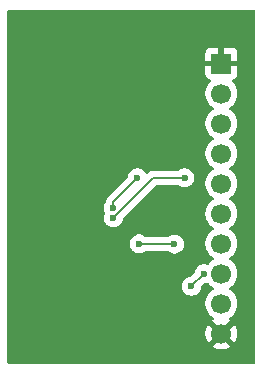
<source format=gbl>
G04 #@! TF.GenerationSoftware,KiCad,Pcbnew,9.0.3*
G04 #@! TF.CreationDate,2025-08-26T18:11:45-07:00*
G04 #@! TF.ProjectId,battery_connector,62617474-6572-4795-9f63-6f6e6e656374,V1*
G04 #@! TF.SameCoordinates,Original*
G04 #@! TF.FileFunction,Copper,L2,Bot*
G04 #@! TF.FilePolarity,Positive*
%FSLAX45Y45*%
G04 Gerber Fmt 4.5, Leading zero omitted, Abs format (unit mm)*
G04 Created by KiCad (PCBNEW 9.0.3) date 2025-08-26 18:11:45*
%MOMM*%
%LPD*%
G01*
G04 APERTURE LIST*
G04 #@! TA.AperFunction,ComponentPad*
%ADD10R,1.700000X1.700000*%
G04 #@! TD*
G04 #@! TA.AperFunction,ComponentPad*
%ADD11C,1.700000*%
G04 #@! TD*
G04 #@! TA.AperFunction,ViaPad*
%ADD12C,0.600000*%
G04 #@! TD*
G04 #@! TA.AperFunction,Conductor*
%ADD13C,0.200000*%
G04 #@! TD*
G04 APERTURE END LIST*
D10*
X3361500Y-2757000D03*
D11*
X3361500Y-3011000D03*
X3361500Y-3265000D03*
X3361500Y-3519000D03*
X3361500Y-3773000D03*
X3361500Y-4027000D03*
X3361500Y-4281000D03*
X3361500Y-4535000D03*
X3361500Y-4789000D03*
X3361500Y-5043000D03*
D12*
X2964283Y-4285717D03*
X3050000Y-3725000D03*
X2665790Y-4284210D03*
X2446361Y-4064780D03*
X2445555Y-3979121D03*
X3108217Y-4641783D03*
X3214283Y-4535717D03*
X2650000Y-3725000D03*
X3050000Y-4100000D03*
X2750000Y-3350000D03*
D13*
X2786142Y-3725000D02*
X3050000Y-3725000D01*
X2665790Y-4284210D02*
X2667298Y-4285717D01*
X2446361Y-4064780D02*
X2786142Y-3725000D01*
X2667298Y-4285717D02*
X2964283Y-4285717D01*
X3108217Y-4641783D02*
X3214283Y-4535717D01*
X2445555Y-3929445D02*
X2650000Y-3725000D01*
X2445555Y-3979121D02*
X2445555Y-3929445D01*
G04 #@! TA.AperFunction,Conductor*
G36*
X3644254Y-2302019D02*
G01*
X3648829Y-2307299D01*
X3649950Y-2312450D01*
X3649950Y-5287550D01*
X3647981Y-5294254D01*
X3642701Y-5298829D01*
X3637550Y-5299950D01*
X1562450Y-5299950D01*
X1555746Y-5297982D01*
X1551171Y-5292701D01*
X1550050Y-5287550D01*
X1550050Y-4633898D01*
X3028167Y-4633898D01*
X3028167Y-4649668D01*
X3031243Y-4665132D01*
X3031243Y-4665133D01*
X3037277Y-4679700D01*
X3037278Y-4679702D01*
X3046038Y-4692812D01*
X3046038Y-4692812D01*
X3057188Y-4703962D01*
X3057188Y-4703962D01*
X3070298Y-4712722D01*
X3070300Y-4712723D01*
X3083567Y-4718218D01*
X3084867Y-4718757D01*
X3100332Y-4721833D01*
X3100332Y-4721833D01*
X3100333Y-4721833D01*
X3116101Y-4721833D01*
X3116101Y-4721833D01*
X3131567Y-4718757D01*
X3146135Y-4712723D01*
X3159246Y-4703962D01*
X3170396Y-4692812D01*
X3179156Y-4679701D01*
X3185191Y-4665133D01*
X3187235Y-4654856D01*
X3188281Y-4649598D01*
X3191519Y-4643407D01*
X3191668Y-4643255D01*
X3215750Y-4619174D01*
X3217289Y-4618326D01*
X3218490Y-4617106D01*
X3221524Y-4615992D01*
X3221787Y-4615847D01*
X3222140Y-4615767D01*
X3222167Y-4615767D01*
X3237633Y-4612691D01*
X3239868Y-4611765D01*
X3240902Y-4611531D01*
X3243373Y-4611689D01*
X3245834Y-4611424D01*
X3246799Y-4611907D01*
X3247875Y-4611975D01*
X3249869Y-4613443D01*
X3252082Y-4614551D01*
X3253411Y-4616052D01*
X3253501Y-4616118D01*
X3253525Y-4616180D01*
X3253665Y-4616338D01*
X3258489Y-4622979D01*
X3258489Y-4622979D01*
X3273521Y-4638011D01*
X3290718Y-4650505D01*
X3291595Y-4650952D01*
X3296674Y-4655749D01*
X3298354Y-4662531D01*
X3296100Y-4669145D01*
X3291595Y-4673048D01*
X3290718Y-4673495D01*
X3273521Y-4685989D01*
X3258489Y-4701021D01*
X3245995Y-4718218D01*
X3236344Y-4737159D01*
X3229775Y-4757376D01*
X3226450Y-4778371D01*
X3226450Y-4799629D01*
X3229775Y-4820624D01*
X3236344Y-4840841D01*
X3245995Y-4859782D01*
X3258489Y-4876979D01*
X3273521Y-4892011D01*
X3290718Y-4904505D01*
X3290718Y-4904505D01*
X3290718Y-4904505D01*
X3291649Y-4904979D01*
X3296729Y-4909777D01*
X3298409Y-4916559D01*
X3296155Y-4923172D01*
X3291650Y-4927076D01*
X3290745Y-4927538D01*
X3290744Y-4927538D01*
X3285328Y-4931473D01*
X3285328Y-4931473D01*
X3348559Y-4994704D01*
X3342201Y-4996408D01*
X3330799Y-5002990D01*
X3321490Y-5012299D01*
X3314907Y-5023701D01*
X3313204Y-5030059D01*
X3249973Y-4966828D01*
X3249973Y-4966828D01*
X3246038Y-4972244D01*
X3236390Y-4991178D01*
X3229824Y-5011387D01*
X3229824Y-5011387D01*
X3226500Y-5032375D01*
X3226500Y-5053625D01*
X3229824Y-5074613D01*
X3229824Y-5074613D01*
X3236390Y-5094822D01*
X3246037Y-5113755D01*
X3249973Y-5119172D01*
X3313204Y-5055941D01*
X3314907Y-5062299D01*
X3321490Y-5073701D01*
X3330799Y-5083010D01*
X3342201Y-5089593D01*
X3348559Y-5091296D01*
X3285328Y-5154527D01*
X3285328Y-5154527D01*
X3290745Y-5158462D01*
X3309678Y-5168110D01*
X3329887Y-5174676D01*
X3350875Y-5178000D01*
X3372125Y-5178000D01*
X3393113Y-5174676D01*
X3393113Y-5174676D01*
X3413322Y-5168110D01*
X3432255Y-5158462D01*
X3437672Y-5154527D01*
X3437672Y-5154527D01*
X3374441Y-5091296D01*
X3380799Y-5089593D01*
X3392201Y-5083010D01*
X3401510Y-5073701D01*
X3408092Y-5062299D01*
X3409796Y-5055941D01*
X3473027Y-5119172D01*
X3473027Y-5119172D01*
X3476962Y-5113755D01*
X3486609Y-5094822D01*
X3493176Y-5074613D01*
X3493176Y-5074613D01*
X3496500Y-5053625D01*
X3496500Y-5032375D01*
X3493176Y-5011387D01*
X3493176Y-5011387D01*
X3486609Y-4991178D01*
X3476962Y-4972245D01*
X3473027Y-4966828D01*
X3473027Y-4966828D01*
X3409796Y-5030059D01*
X3408092Y-5023701D01*
X3401510Y-5012299D01*
X3392201Y-5002990D01*
X3380799Y-4996408D01*
X3374441Y-4994704D01*
X3437672Y-4931473D01*
X3432255Y-4927537D01*
X3432255Y-4927537D01*
X3431350Y-4927076D01*
X3426271Y-4922279D01*
X3424591Y-4915497D01*
X3426845Y-4908883D01*
X3431351Y-4904979D01*
X3432282Y-4904505D01*
X3440201Y-4898752D01*
X3449479Y-4892011D01*
X3449479Y-4892011D01*
X3449479Y-4892010D01*
X3464510Y-4876979D01*
X3464511Y-4876979D01*
X3464511Y-4876979D01*
X3477005Y-4859782D01*
X3477005Y-4859782D01*
X3477005Y-4859782D01*
X3486656Y-4840841D01*
X3493225Y-4820624D01*
X3496550Y-4799629D01*
X3496550Y-4778371D01*
X3493225Y-4757376D01*
X3486656Y-4737159D01*
X3477005Y-4718218D01*
X3477005Y-4718218D01*
X3477005Y-4718218D01*
X3464511Y-4701021D01*
X3449479Y-4685989D01*
X3432282Y-4673495D01*
X3432211Y-4673459D01*
X3431405Y-4673049D01*
X3426326Y-4668251D01*
X3424646Y-4661469D01*
X3426900Y-4654856D01*
X3431405Y-4650952D01*
X3432282Y-4650505D01*
X3434479Y-4648909D01*
X3449479Y-4638011D01*
X3449479Y-4638011D01*
X3449479Y-4638010D01*
X3464510Y-4622979D01*
X3464511Y-4622979D01*
X3464511Y-4622979D01*
X3477005Y-4605782D01*
X3477005Y-4605782D01*
X3477005Y-4605782D01*
X3486656Y-4586841D01*
X3493225Y-4566624D01*
X3496550Y-4545629D01*
X3496550Y-4524371D01*
X3493225Y-4503376D01*
X3486656Y-4483159D01*
X3477005Y-4464218D01*
X3477005Y-4464218D01*
X3477005Y-4464218D01*
X3464511Y-4447021D01*
X3449479Y-4431989D01*
X3432282Y-4419495D01*
X3432211Y-4419459D01*
X3431405Y-4419049D01*
X3426326Y-4414251D01*
X3424646Y-4407469D01*
X3426900Y-4400856D01*
X3431405Y-4396952D01*
X3432282Y-4396505D01*
X3434479Y-4394909D01*
X3449479Y-4384011D01*
X3449479Y-4384011D01*
X3449479Y-4384010D01*
X3464510Y-4368979D01*
X3464511Y-4368979D01*
X3464511Y-4368979D01*
X3477005Y-4351782D01*
X3477005Y-4351782D01*
X3477005Y-4351782D01*
X3486656Y-4332841D01*
X3493225Y-4312624D01*
X3496550Y-4291629D01*
X3496550Y-4270371D01*
X3493225Y-4249376D01*
X3486656Y-4229159D01*
X3477005Y-4210218D01*
X3477005Y-4210218D01*
X3477005Y-4210218D01*
X3464511Y-4193021D01*
X3449479Y-4177989D01*
X3432282Y-4165495D01*
X3432211Y-4165459D01*
X3431405Y-4165048D01*
X3426326Y-4160251D01*
X3424646Y-4153469D01*
X3426900Y-4146856D01*
X3431405Y-4142951D01*
X3432282Y-4142505D01*
X3434479Y-4140909D01*
X3449479Y-4130011D01*
X3449479Y-4130011D01*
X3449479Y-4130010D01*
X3464510Y-4114979D01*
X3464511Y-4114979D01*
X3464511Y-4114979D01*
X3477005Y-4097782D01*
X3477005Y-4097782D01*
X3477005Y-4097782D01*
X3486656Y-4078841D01*
X3493225Y-4058624D01*
X3496550Y-4037629D01*
X3496550Y-4016371D01*
X3493225Y-3995376D01*
X3486656Y-3975159D01*
X3477005Y-3956218D01*
X3477005Y-3956218D01*
X3477005Y-3956218D01*
X3464511Y-3939021D01*
X3449479Y-3923989D01*
X3432282Y-3911495D01*
X3432211Y-3911459D01*
X3431405Y-3911048D01*
X3426326Y-3906251D01*
X3424646Y-3899469D01*
X3426900Y-3892856D01*
X3431405Y-3888951D01*
X3432282Y-3888505D01*
X3434479Y-3886909D01*
X3449479Y-3876011D01*
X3449479Y-3876011D01*
X3449479Y-3876010D01*
X3464510Y-3860979D01*
X3464511Y-3860979D01*
X3464511Y-3860979D01*
X3477005Y-3843782D01*
X3477005Y-3843782D01*
X3477005Y-3843782D01*
X3486656Y-3824841D01*
X3493225Y-3804624D01*
X3496550Y-3783629D01*
X3496550Y-3762371D01*
X3493225Y-3741376D01*
X3486656Y-3721159D01*
X3477005Y-3702218D01*
X3477005Y-3702218D01*
X3477005Y-3702218D01*
X3464511Y-3685021D01*
X3449479Y-3669989D01*
X3432282Y-3657495D01*
X3432211Y-3657459D01*
X3431405Y-3657048D01*
X3426326Y-3652251D01*
X3424646Y-3645469D01*
X3426900Y-3638856D01*
X3431405Y-3634951D01*
X3432282Y-3634505D01*
X3434479Y-3632909D01*
X3449479Y-3622011D01*
X3449479Y-3622011D01*
X3449479Y-3622010D01*
X3464510Y-3606979D01*
X3464511Y-3606979D01*
X3464511Y-3606979D01*
X3477005Y-3589782D01*
X3477005Y-3589782D01*
X3477005Y-3589782D01*
X3486656Y-3570841D01*
X3493225Y-3550624D01*
X3496550Y-3529629D01*
X3496550Y-3508371D01*
X3493225Y-3487376D01*
X3486656Y-3467159D01*
X3477005Y-3448218D01*
X3477005Y-3448218D01*
X3477005Y-3448218D01*
X3464511Y-3431021D01*
X3449479Y-3415989D01*
X3432282Y-3403495D01*
X3432211Y-3403459D01*
X3431405Y-3403048D01*
X3426326Y-3398251D01*
X3424646Y-3391469D01*
X3426900Y-3384856D01*
X3431405Y-3380951D01*
X3432282Y-3380505D01*
X3434479Y-3378909D01*
X3449479Y-3368011D01*
X3449479Y-3368011D01*
X3449479Y-3368010D01*
X3464510Y-3352979D01*
X3464511Y-3352979D01*
X3464511Y-3352979D01*
X3477005Y-3335782D01*
X3477005Y-3335782D01*
X3477005Y-3335782D01*
X3486656Y-3316841D01*
X3493225Y-3296624D01*
X3496550Y-3275629D01*
X3496550Y-3254371D01*
X3493225Y-3233376D01*
X3486656Y-3213159D01*
X3477005Y-3194218D01*
X3477005Y-3194218D01*
X3477005Y-3194218D01*
X3464511Y-3177021D01*
X3449479Y-3161989D01*
X3432282Y-3149495D01*
X3432211Y-3149459D01*
X3431405Y-3149048D01*
X3426326Y-3144251D01*
X3424646Y-3137469D01*
X3426900Y-3130856D01*
X3431405Y-3126951D01*
X3432282Y-3126505D01*
X3434479Y-3124909D01*
X3449479Y-3114011D01*
X3449479Y-3114011D01*
X3449479Y-3114010D01*
X3464510Y-3098979D01*
X3464511Y-3098979D01*
X3464511Y-3098979D01*
X3477005Y-3081782D01*
X3477005Y-3081782D01*
X3477005Y-3081782D01*
X3486656Y-3062841D01*
X3493225Y-3042624D01*
X3496550Y-3021629D01*
X3496550Y-3000371D01*
X3493225Y-2979376D01*
X3486656Y-2959159D01*
X3477005Y-2940218D01*
X3477005Y-2940218D01*
X3477005Y-2940218D01*
X3464511Y-2923021D01*
X3453118Y-2911628D01*
X3449770Y-2905496D01*
X3450268Y-2898527D01*
X3454455Y-2892934D01*
X3457553Y-2891242D01*
X3470709Y-2886335D01*
X3470709Y-2886335D01*
X3482219Y-2877719D01*
X3482219Y-2877719D01*
X3490835Y-2866209D01*
X3490835Y-2866209D01*
X3495860Y-2852738D01*
X3495860Y-2852737D01*
X3496500Y-2846784D01*
X3496500Y-2846783D01*
X3496500Y-2782000D01*
X3404801Y-2782000D01*
X3408092Y-2776299D01*
X3411500Y-2763583D01*
X3411500Y-2750417D01*
X3408092Y-2737701D01*
X3404801Y-2732000D01*
X3496500Y-2732000D01*
X3496500Y-2667217D01*
X3496500Y-2667216D01*
X3495860Y-2661263D01*
X3495860Y-2661262D01*
X3490835Y-2647791D01*
X3490835Y-2647791D01*
X3482219Y-2636281D01*
X3482219Y-2636281D01*
X3470709Y-2627665D01*
X3470709Y-2627665D01*
X3457238Y-2622640D01*
X3457237Y-2622640D01*
X3451284Y-2622000D01*
X3386500Y-2622000D01*
X3386500Y-2713699D01*
X3380799Y-2710408D01*
X3368083Y-2707000D01*
X3354917Y-2707000D01*
X3342201Y-2710408D01*
X3336500Y-2713699D01*
X3336500Y-2622000D01*
X3271715Y-2622000D01*
X3265763Y-2622640D01*
X3265762Y-2622640D01*
X3252291Y-2627665D01*
X3252291Y-2627665D01*
X3240781Y-2636281D01*
X3240781Y-2636281D01*
X3232165Y-2647791D01*
X3232164Y-2647791D01*
X3227140Y-2661262D01*
X3227140Y-2661263D01*
X3226500Y-2667216D01*
X3226500Y-2732000D01*
X3318199Y-2732000D01*
X3314907Y-2737701D01*
X3311500Y-2750417D01*
X3311500Y-2763583D01*
X3314907Y-2776299D01*
X3318199Y-2782000D01*
X3226500Y-2782000D01*
X3226500Y-2846784D01*
X3227140Y-2852737D01*
X3227140Y-2852738D01*
X3232164Y-2866209D01*
X3232165Y-2866209D01*
X3240781Y-2877719D01*
X3240781Y-2877719D01*
X3252291Y-2886335D01*
X3252291Y-2886335D01*
X3265447Y-2891242D01*
X3271040Y-2895429D01*
X3273482Y-2901976D01*
X3271997Y-2908803D01*
X3269882Y-2911628D01*
X3258489Y-2923021D01*
X3245995Y-2940218D01*
X3236344Y-2959158D01*
X3229775Y-2979376D01*
X3226450Y-3000371D01*
X3226450Y-3021629D01*
X3229775Y-3042624D01*
X3236344Y-3062841D01*
X3245995Y-3081782D01*
X3258489Y-3098979D01*
X3273521Y-3114011D01*
X3290718Y-3126505D01*
X3291595Y-3126952D01*
X3296674Y-3131749D01*
X3298354Y-3138531D01*
X3296100Y-3145145D01*
X3291595Y-3149048D01*
X3290718Y-3149495D01*
X3273521Y-3161989D01*
X3258489Y-3177021D01*
X3245995Y-3194218D01*
X3236344Y-3213158D01*
X3229775Y-3233376D01*
X3226450Y-3254371D01*
X3226450Y-3275629D01*
X3229775Y-3296624D01*
X3236344Y-3316841D01*
X3245995Y-3335782D01*
X3258489Y-3352979D01*
X3273521Y-3368011D01*
X3290718Y-3380505D01*
X3291595Y-3380952D01*
X3296674Y-3385749D01*
X3298354Y-3392531D01*
X3296100Y-3399145D01*
X3291595Y-3403048D01*
X3290718Y-3403495D01*
X3273521Y-3415989D01*
X3258489Y-3431021D01*
X3245995Y-3448218D01*
X3236344Y-3467158D01*
X3229775Y-3487376D01*
X3226450Y-3508371D01*
X3226450Y-3529629D01*
X3229775Y-3550624D01*
X3236344Y-3570841D01*
X3245995Y-3589782D01*
X3258489Y-3606979D01*
X3273521Y-3622011D01*
X3290718Y-3634505D01*
X3291595Y-3634952D01*
X3296674Y-3639749D01*
X3298354Y-3646531D01*
X3296100Y-3653145D01*
X3291595Y-3657048D01*
X3290718Y-3657495D01*
X3273521Y-3669989D01*
X3258489Y-3685021D01*
X3245995Y-3702218D01*
X3236344Y-3721158D01*
X3229775Y-3741376D01*
X3226450Y-3762371D01*
X3226450Y-3783629D01*
X3229775Y-3804624D01*
X3236344Y-3824841D01*
X3245995Y-3843782D01*
X3258489Y-3860979D01*
X3273521Y-3876011D01*
X3290718Y-3888505D01*
X3291595Y-3888952D01*
X3296674Y-3893749D01*
X3298354Y-3900531D01*
X3296100Y-3907145D01*
X3291595Y-3911048D01*
X3290718Y-3911495D01*
X3273521Y-3923989D01*
X3258489Y-3939021D01*
X3245995Y-3956218D01*
X3236344Y-3975158D01*
X3229775Y-3995376D01*
X3228651Y-4002472D01*
X3226450Y-4016371D01*
X3226450Y-4037629D01*
X3229775Y-4058624D01*
X3234337Y-4072665D01*
X3236344Y-4078841D01*
X3245995Y-4097782D01*
X3258489Y-4114979D01*
X3273521Y-4130011D01*
X3290718Y-4142505D01*
X3291595Y-4142952D01*
X3296674Y-4147749D01*
X3298354Y-4154531D01*
X3296100Y-4161145D01*
X3291595Y-4165048D01*
X3290718Y-4165495D01*
X3273521Y-4177989D01*
X3258489Y-4193021D01*
X3245995Y-4210218D01*
X3236344Y-4229159D01*
X3229775Y-4249376D01*
X3226450Y-4270371D01*
X3226450Y-4291629D01*
X3229212Y-4309067D01*
X3229775Y-4312624D01*
X3233353Y-4323635D01*
X3236344Y-4332841D01*
X3245995Y-4351782D01*
X3258489Y-4368979D01*
X3273521Y-4384011D01*
X3290718Y-4396505D01*
X3291595Y-4396952D01*
X3296674Y-4401749D01*
X3298354Y-4408531D01*
X3296100Y-4415145D01*
X3291595Y-4419048D01*
X3290718Y-4419495D01*
X3273521Y-4431989D01*
X3258489Y-4447021D01*
X3252864Y-4454764D01*
X3247331Y-4459030D01*
X3240369Y-4459628D01*
X3238088Y-4458932D01*
X3237633Y-4458743D01*
X3237632Y-4458743D01*
X3237632Y-4458743D01*
X3222168Y-4455667D01*
X3222167Y-4455667D01*
X3206399Y-4455667D01*
X3206399Y-4455667D01*
X3190934Y-4458743D01*
X3190933Y-4458743D01*
X3176366Y-4464777D01*
X3176364Y-4464778D01*
X3163254Y-4473538D01*
X3163254Y-4473538D01*
X3152104Y-4484688D01*
X3152104Y-4484688D01*
X3143344Y-4497798D01*
X3143343Y-4497800D01*
X3137309Y-4512367D01*
X3137309Y-4512368D01*
X3134219Y-4527902D01*
X3130981Y-4534093D01*
X3130826Y-4534251D01*
X3106751Y-4558326D01*
X3100618Y-4561674D01*
X3100402Y-4561719D01*
X3084868Y-4564809D01*
X3084867Y-4564810D01*
X3070300Y-4570843D01*
X3070298Y-4570844D01*
X3057188Y-4579604D01*
X3057188Y-4579604D01*
X3046038Y-4590754D01*
X3046038Y-4590754D01*
X3037278Y-4603865D01*
X3037277Y-4603866D01*
X3031243Y-4618433D01*
X3031243Y-4618434D01*
X3028167Y-4633898D01*
X1550050Y-4633898D01*
X1550050Y-4276325D01*
X2585740Y-4276325D01*
X2585740Y-4292094D01*
X2588817Y-4307559D01*
X2588817Y-4307560D01*
X2594851Y-4322127D01*
X2594851Y-4322128D01*
X2603611Y-4335238D01*
X2603612Y-4335239D01*
X2614761Y-4346388D01*
X2614762Y-4346389D01*
X2627872Y-4355149D01*
X2627873Y-4355149D01*
X2642440Y-4361183D01*
X2642441Y-4361183D01*
X2657906Y-4364260D01*
X2657906Y-4364260D01*
X2657906Y-4364260D01*
X2673675Y-4364260D01*
X2673675Y-4364260D01*
X2689140Y-4361183D01*
X2703708Y-4355149D01*
X2714622Y-4347857D01*
X2721290Y-4345769D01*
X2721511Y-4345767D01*
X2906306Y-4345767D01*
X2913010Y-4347735D01*
X2913196Y-4347857D01*
X2926364Y-4356656D01*
X2926366Y-4356657D01*
X2940933Y-4362690D01*
X2940933Y-4362691D01*
X2956398Y-4365767D01*
X2956399Y-4365767D01*
X2956399Y-4365767D01*
X2972167Y-4365767D01*
X2972168Y-4365767D01*
X2987633Y-4362691D01*
X3002201Y-4356656D01*
X3015312Y-4347896D01*
X3026462Y-4336746D01*
X3035222Y-4323635D01*
X3041257Y-4309067D01*
X3044333Y-4293601D01*
X3044333Y-4277833D01*
X3044333Y-4277832D01*
X3044333Y-4277832D01*
X3041257Y-4262368D01*
X3041257Y-4262367D01*
X3040632Y-4260859D01*
X3035223Y-4247800D01*
X3035222Y-4247798D01*
X3026462Y-4234688D01*
X3026462Y-4234688D01*
X3015312Y-4223538D01*
X3015312Y-4223538D01*
X3002202Y-4214778D01*
X3002200Y-4214777D01*
X2987633Y-4208743D01*
X2987632Y-4208743D01*
X2972168Y-4205667D01*
X2972167Y-4205667D01*
X2956399Y-4205667D01*
X2956399Y-4205667D01*
X2940934Y-4208743D01*
X2940933Y-4208743D01*
X2926366Y-4214777D01*
X2926364Y-4214778D01*
X2913196Y-4223577D01*
X2906528Y-4225665D01*
X2906306Y-4225667D01*
X2725592Y-4225667D01*
X2718888Y-4223698D01*
X2717293Y-4222413D01*
X2717290Y-4222417D01*
X2716872Y-4222074D01*
X2716824Y-4222035D01*
X2716820Y-4222031D01*
X2716819Y-4222031D01*
X2703709Y-4213271D01*
X2703708Y-4213270D01*
X2689141Y-4207236D01*
X2689139Y-4207236D01*
X2673675Y-4204160D01*
X2673675Y-4204160D01*
X2657906Y-4204160D01*
X2657906Y-4204160D01*
X2642441Y-4207236D01*
X2642440Y-4207236D01*
X2627873Y-4213270D01*
X2627872Y-4213271D01*
X2614762Y-4222031D01*
X2614761Y-4222031D01*
X2603612Y-4233180D01*
X2603611Y-4233181D01*
X2594851Y-4246291D01*
X2594851Y-4246292D01*
X2588817Y-4260859D01*
X2588817Y-4260861D01*
X2585740Y-4276325D01*
X1550050Y-4276325D01*
X1550050Y-3971237D01*
X2365505Y-3971237D01*
X2365505Y-3987006D01*
X2368581Y-4002470D01*
X2368582Y-4002472D01*
X2374849Y-4017602D01*
X2374732Y-4017650D01*
X2376022Y-4023847D01*
X2375118Y-4027596D01*
X2369388Y-4041430D01*
X2369387Y-4041431D01*
X2366311Y-4056896D01*
X2366311Y-4072665D01*
X2369387Y-4088129D01*
X2369388Y-4088130D01*
X2375422Y-4102698D01*
X2375422Y-4102699D01*
X2384182Y-4115809D01*
X2384183Y-4115810D01*
X2395332Y-4126959D01*
X2395332Y-4126959D01*
X2408443Y-4135719D01*
X2408444Y-4135720D01*
X2423011Y-4141754D01*
X2423012Y-4141754D01*
X2438477Y-4144830D01*
X2438477Y-4144830D01*
X2438477Y-4144830D01*
X2454246Y-4144830D01*
X2454246Y-4144830D01*
X2469711Y-4141754D01*
X2484279Y-4135720D01*
X2497390Y-4126959D01*
X2508540Y-4115809D01*
X2517301Y-4102698D01*
X2523335Y-4088130D01*
X2525273Y-4078389D01*
X2526425Y-4072595D01*
X2529664Y-4066404D01*
X2529813Y-4066252D01*
X2807383Y-3788682D01*
X2813516Y-3785333D01*
X2816151Y-3785050D01*
X2992023Y-3785050D01*
X2998727Y-3787018D01*
X2998912Y-3787140D01*
X3012081Y-3795939D01*
X3012083Y-3795940D01*
X3026650Y-3801973D01*
X3026650Y-3801974D01*
X3039974Y-3804624D01*
X3042115Y-3805050D01*
X3042116Y-3805050D01*
X3042116Y-3805050D01*
X3057884Y-3805050D01*
X3057884Y-3805050D01*
X3073350Y-3801974D01*
X3087918Y-3795939D01*
X3101029Y-3787179D01*
X3112179Y-3776029D01*
X3120939Y-3762918D01*
X3126974Y-3748350D01*
X3130050Y-3732884D01*
X3130050Y-3717116D01*
X3130050Y-3717115D01*
X3130050Y-3717115D01*
X3126974Y-3701651D01*
X3126974Y-3701651D01*
X3126974Y-3701650D01*
X3126973Y-3701650D01*
X3120940Y-3687083D01*
X3120939Y-3687081D01*
X3112179Y-3673971D01*
X3112179Y-3673971D01*
X3101029Y-3662821D01*
X3101029Y-3662821D01*
X3087918Y-3654061D01*
X3087917Y-3654060D01*
X3073350Y-3648026D01*
X3073349Y-3648026D01*
X3057884Y-3644950D01*
X3057884Y-3644950D01*
X3042116Y-3644950D01*
X3042115Y-3644950D01*
X3026651Y-3648026D01*
X3026650Y-3648026D01*
X3012083Y-3654060D01*
X3012081Y-3654061D01*
X2998912Y-3662860D01*
X2992245Y-3664948D01*
X2992023Y-3664950D01*
X2778236Y-3664950D01*
X2774144Y-3666046D01*
X2774144Y-3666046D01*
X2770417Y-3667045D01*
X2762963Y-3669042D01*
X2762963Y-3669043D01*
X2749271Y-3676947D01*
X2749270Y-3676948D01*
X2738912Y-3687306D01*
X2732780Y-3690655D01*
X2725810Y-3690156D01*
X2720217Y-3685969D01*
X2719834Y-3685427D01*
X2712179Y-3673971D01*
X2712179Y-3673971D01*
X2701029Y-3662821D01*
X2701029Y-3662821D01*
X2687919Y-3654061D01*
X2687917Y-3654060D01*
X2673350Y-3648026D01*
X2673349Y-3648026D01*
X2657885Y-3644950D01*
X2657884Y-3644950D01*
X2642116Y-3644950D01*
X2642116Y-3644950D01*
X2626651Y-3648026D01*
X2626650Y-3648026D01*
X2612083Y-3654060D01*
X2612081Y-3654061D01*
X2598971Y-3662821D01*
X2598971Y-3662821D01*
X2587821Y-3673971D01*
X2587821Y-3673971D01*
X2579061Y-3687081D01*
X2579060Y-3687083D01*
X2573026Y-3701650D01*
X2573026Y-3701651D01*
X2569936Y-3717185D01*
X2566698Y-3723376D01*
X2566543Y-3723534D01*
X2408684Y-3881392D01*
X2397503Y-3892573D01*
X2397503Y-3892573D01*
X2394280Y-3898156D01*
X2393522Y-3899469D01*
X2389606Y-3906251D01*
X2389598Y-3906266D01*
X2388197Y-3911495D01*
X2385505Y-3921539D01*
X2385399Y-3922345D01*
X2385162Y-3922314D01*
X2383537Y-3927849D01*
X2383415Y-3928034D01*
X2374616Y-3941203D01*
X2374616Y-3941204D01*
X2368582Y-3955771D01*
X2368581Y-3955772D01*
X2365505Y-3971237D01*
X1550050Y-3971237D01*
X1550050Y-2312450D01*
X1552018Y-2305746D01*
X1557299Y-2301171D01*
X1562450Y-2300050D01*
X3637550Y-2300050D01*
X3644254Y-2302019D01*
G37*
G04 #@! TD.AperFunction*
M02*

</source>
